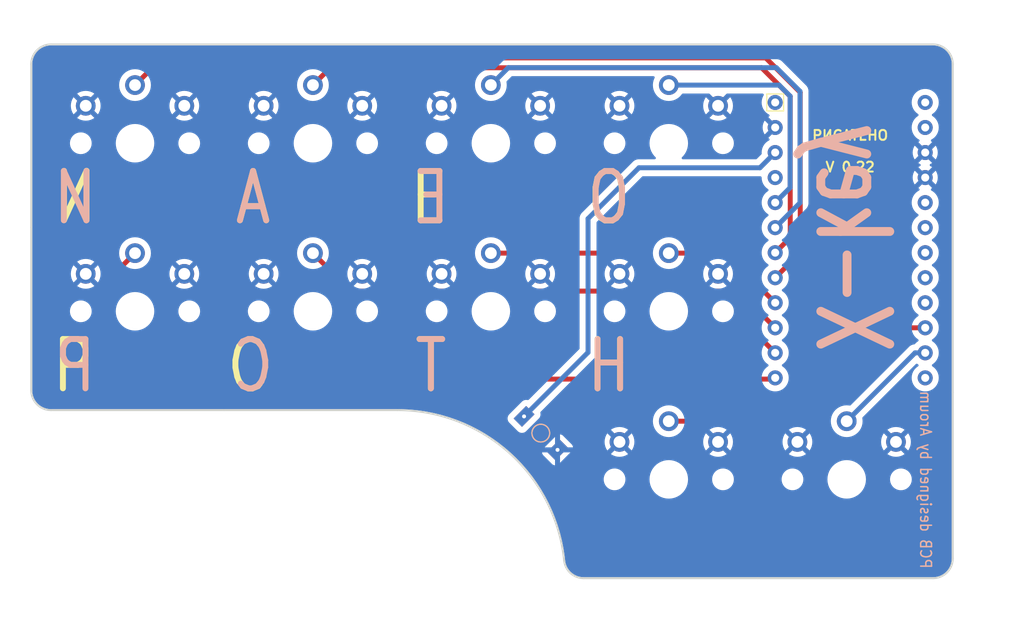
<source format=kicad_pcb>
(kicad_pcb (version 20221018) (generator pcbnew)
  (title_block (title "РИСАТЕНО") (date "2021-06-23") (rev "0.22_RGB") (company "Aroum"))
  (layers (0 "F.Cu" signal) (31 "B.Cu" signal) (34 "B.Paste" user) (35 "F.Paste" user) (36 "B.SilkS" user "B.Silkscreen") (37 "F.SilkS" user "F.Silkscreen") (38 "B.Mask" user) (39 "F.Mask" user) (44 "Edge.Cuts" user))
  (net 0 "")
  (net 1 "GND")
  (net 2 "reset")
  (net 3 "R1C1")
  (net 4 "R1C2")
  (net 5 "R1C3")
  (net 6 "R1C4")
  (net 7 "R2C1")
  (net 8 "R2C2")
  (net 9 "R2C3")
  (net 10 "R2C4")
  (net 11 "R3C4")
  (net 12 "R3C5")
  (net 13 "VCC")
  (net 14 "LED")
  (footprint "PNCATEHO:SW_3x4x2_2legs_duplex" (layer "F.Cu") (at 80.772 65.278 -45)
    (fp_text reference "RSW1")
    (fp_text value "SW_PUSH")
    (fp_circle (center 0 0) (end 0.9 0) (stroke (width 0.12)) (fill none) (layer "B.SilkS"))
    (fp_circle (center 0 0) (end 0.9 0) (stroke (width 0.12)) (fill none) (layer "F.SilkS"))
    (pad "1" thru_hole rect (at -2.4 0 315) (size 1.2 1.8) (drill 0.4) (layers "*.Cu" "*.Mask") (net 2 "reset"))
    (pad "2" thru_hole rect (at 2.4 0 315) (size 1.2 1.8) (drill 0.4) (layers "*.Cu" "*.Mask") (net 1 "GND"))
  )
  (footprint "PNCATEHO:ProMicro_duplex" (layer "F.Cu") (at 112.16 46.209)
    (fp_text reference "U1" hide)
    (fp_text value "ProMicro_r" hide)
    (fp_line (start -8.4582 -13.6144) (end -8.4582 -15.3416) (stroke (width 0.12)) (layer "F.SilkS"))
    (fp_line (start -8.4582 -13.6144) (end -6.7564 -13.6144) (stroke (width 0.12)) (layer "F.SilkS"))
    (fp_line (start -6.7564 -15.3416) (end -8.4582 -15.3416) (stroke (width 0.12)) (layer "F.SilkS"))
    (fp_line (start -6.7564 -13.6144) (end -6.7564 -15.3416) (stroke (width 0.12)) (layer "F.SilkS"))
    (pad "1" thru_hole circle (at 7.6114 -14.478) (size 1.524 1.524) (drill 0.8128) (layers "*.Cu" "*.Mask"))
    (pad "2" thru_hole circle (at 7.6114 -11.938) (size 1.524 1.524) (drill 0.8128) (layers "*.Cu" "*.Mask"))
    (pad "3" thru_hole circle (at 7.6114 -9.398) (size 1.524 1.524) (drill 0.8128) (layers "*.Cu" "*.Mask") (net 1 "GND"))
    (pad "4" thru_hole circle (at 7.6114 -6.858) (size 1.524 1.524) (drill 0.8128) (layers "*.Cu" "*.Mask") (net 1 "GND"))
    (pad "5" thru_hole circle (at 7.6114 -4.318) (size 1.524 1.524) (drill 0.8128) (layers "*.Cu" "*.Mask"))
    (pad "6" thru_hole circle (at 7.6114 -1.778) (size 1.524 1.524) (drill 0.8128) (layers "*.Cu" "*.Mask"))
    (pad "7" thru_hole circle (at 7.6114 0.762) (size 1.524 1.524) (drill 0.8128) (layers "*.Cu" "*.Mask"))
    (pad "8" thru_hole circle (at 7.6114 3.302) (size 1.524 1.524) (drill 0.8128) (layers "*.Cu" "*.Mask"))
    (pad "9" thru_hole circle (at 7.6114 5.842) (size 1.524 1.524) (drill 0.8128) (layers "*.Cu" "*.Mask"))
    (pad "10" thru_hole circle (at 7.6114 8.382) (size 1.524 1.524) (drill 0.8128) (layers "*.Cu" "*.Mask") (net 11 "R3C4"))
    (pad "11" thru_hole circle (at 7.6114 10.922) (size 1.524 1.524) (drill 0.8128) (layers "*.Cu" "*.Mask") (net 12 "R3C5"))
    (pad "12" thru_hole circle (at 7.6114 13.462) (size 1.524 1.524) (drill 0.8128) (layers "*.Cu" "*.Mask") (net 14 "LED"))
    (pad "13" thru_hole circle (at -7.6086 13.462) (size 1.524 1.524) (drill 0.8128) (layers "*.Cu" "*.Mask") (net 7 "R2C1"))
    (pad "14" thru_hole circle (at -7.6086 10.922) (size 1.524 1.524) (drill 0.8128) (layers "*.Cu" "*.Mask") (net 8 "R2C2"))
    (pad "15" thru_hole circle (at -7.6086 8.382) (size 1.524 1.524) (drill 0.8128) (layers "*.Cu" "*.Mask") (net 9 "R2C3"))
    (pad "16" thru_hole circle (at -7.6086 5.842) (size 1.524 1.524) (drill 0.8128) (layers "*.Cu" "*.Mask") (net 10 "R2C4"))
    (pad "17" thru_hole circle (at -7.6086 3.302) (size 1.524 1.524) (drill 0.8128) (layers "*.Cu" "*.Mask") (net 3 "R1C1"))
    (pad "18" thru_hole circle (at -7.6086 0.762) (size 1.524 1.524) (drill 0.8128) (layers "*.Cu" "*.Mask") (net 4 "R1C2"))
    (pad "19" thru_hole circle (at -7.6086 -1.778) (size 1.524 1.524) (drill 0.8128) (layers "*.Cu" "*.Mask") (net 5 "R1C3"))
    (pad "20" thru_hole circle (at -7.6086 -4.318) (size 1.524 1.524) (drill 0.8128) (layers "*.Cu" "*.Mask") (net 6 "R1C4"))
    (pad "21" thru_hole circle (at -7.6086 -6.858) (size 1.524 1.524) (drill 0.8128) (layers "*.Cu" "*.Mask") (net 13 "VCC"))
    (pad "22" thru_hole circle (at -7.6086 -9.398) (size 1.524 1.524) (drill 0.8128) (layers "*.Cu" "*.Mask") (net 2 "reset"))
    (pad "23" thru_hole circle (at -7.6086 -11.938) (size 1.524 1.524) (drill 0.8128) (layers "*.Cu" "*.Mask") (net 1 "GND"))
    (pad "24" thru_hole circle (at -7.6086 -14.478 90) (size 1.524 1.524) (drill 0.8128) (layers "*.Cu" "*.Mask"))
  )
  (footprint "PNCATEHO:ChocV1_duplex" (layer "F.Cu") (at 75.706 52.918)
    (fp_text reference "SW7" hide)
    (fp_text value "SW_PUSH" hide)
    (pad "" np_thru_hole circle (at -5.5 0 90) (size 1.7 1.7) (drill 1.7) (layers "*.Cu" "*.Mask"))
    (pad "" np_thru_hole circle (at 0 0 90) (size 3.4 3.4) (drill 3.4) (layers "*.Cu" "*.Mask"))
    (pad "" np_thru_hole circle (at 5.5 0 90) (size 1.7 1.7) (drill 1.7) (layers "*.Cu" "*.Mask"))
    (pad "1" thru_hole circle (at 0 -5.9) (size 2 2) (drill 1.2) (layers "*.Cu" "*.Mask") (net 9 "R2C3"))
    (pad "2" thru_hole circle (at -5 -3.8) (size 2 2) (drill 1.2) (layers "*.Cu" "*.Mask") (net 1 "GND"))
    (pad "2" thru_hole circle (at 5 -3.8) (size 2 2) (drill 1.2) (layers "*.Cu" "*.Mask") (net 1 "GND"))
  )
  (footprint "PNCATEHO:ChocV1_duplex" (layer "F.Cu") (at 111.806 69.968)
    (fp_text reference "SW10" hide)
    (fp_text value "SW_PUSH" hide)
    (pad "" np_thru_hole circle (at -5.5 0 90) (size 1.7 1.7) (drill 1.7) (layers "*.Cu" "*.Mask"))
    (pad "" np_thru_hole circle (at 0 0 90) (size 3.4 3.4) (drill 3.4) (layers "*.Cu" "*.Mask"))
    (pad "" np_thru_hole circle (at 5.5 0 90) (size 1.7 1.7) (drill 1.7) (layers "*.Cu" "*.Mask"))
    (pad "1" thru_hole circle (at 0 -5.9) (size 2 2) (drill 1.2) (layers "*.Cu" "*.Mask") (net 12 "R3C5"))
    (pad "2" thru_hole circle (at -5 -3.8) (size 2 2) (drill 1.2) (layers "*.Cu" "*.Mask") (net 1 "GND"))
    (pad "2" thru_hole circle (at 5 -3.8) (size 2 2) (drill 1.2) (layers "*.Cu" "*.Mask") (net 1 "GND"))
  )
  (footprint "PNCATEHO:ChocV1_duplex" (layer "F.Cu") (at 93.756 69.968)
    (fp_text reference "SW9" hide)
    (fp_text value "SW_PUSH" hide)
    (pad "" np_thru_hole circle (at -5.5 0 90) (size 1.7 1.7) (drill 1.7) (layers "*.Cu" "*.Mask"))
    (pad "" np_thru_hole circle (at 0 0 90) (size 3.4 3.4) (drill 3.4) (layers "*.Cu" "*.Mask"))
    (pad "" np_thru_hole circle (at 5.5 0 90) (size 1.7 1.7) (drill 1.7) (layers "*.Cu" "*.Mask"))
    (pad "1" thru_hole circle (at 0 -5.9) (size 2 2) (drill 1.2) (layers "*.Cu" "*.Mask") (net 11 "R3C4"))
    (pad "2" thru_hole circle (at -5 -3.8) (size 2 2) (drill 1.2) (layers "*.Cu" "*.Mask") (net 1 "GND"))
    (pad "2" thru_hole circle (at 5 -3.8) (size 2 2) (drill 1.2) (layers "*.Cu" "*.Mask") (net 1 "GND"))
  )
  (footprint "PNCATEHO:ChocV1_duplex" (layer "F.Cu") (at 93.756 52.918)
    (fp_text reference "SW8" hide)
    (fp_text value "SW_PUSH" hide)
    (pad "" np_thru_hole circle (at -5.5 0 90) (size 1.7 1.7) (drill 1.7) (layers "*.Cu" "*.Mask"))
    (pad "" np_thru_hole circle (at 0 0 90) (size 3.4 3.4) (drill 3.4) (layers "*.Cu" "*.Mask"))
    (pad "" np_thru_hole circle (at 5.5 0 90) (size 1.7 1.7) (drill 1.7) (layers "*.Cu" "*.Mask"))
    (pad "1" thru_hole circle (at 0 -5.9) (size 2 2) (drill 1.2) (layers "*.Cu" "*.Mask") (net 10 "R2C4"))
    (pad "2" thru_hole circle (at -5 -3.8) (size 2 2) (drill 1.2) (layers "*.Cu" "*.Mask") (net 1 "GND"))
    (pad "2" thru_hole circle (at 5 -3.8) (size 2 2) (drill 1.2) (layers "*.Cu" "*.Mask") (net 1 "GND"))
  )
  (footprint "PNCATEHO:ChocV1_duplex" (layer "F.Cu") (at 93.756 35.868)
    (fp_text reference "SW4" hide)
    (fp_text value "SW_PUSH" hide)
    (pad "" np_thru_hole circle (at -5.5 0 90) (size 1.7 1.7) (drill 1.7) (layers "*.Cu" "*.Mask"))
    (pad "" np_thru_hole circle (at 0 0 90) (size 3.4 3.4) (drill 3.4) (layers "*.Cu" "*.Mask"))
    (pad "" np_thru_hole circle (at 5.5 0 90) (size 1.7 1.7) (drill 1.7) (layers "*.Cu" "*.Mask"))
    (pad "1" thru_hole circle (at 0 -5.9) (size 2 2) (drill 1.2) (layers "*.Cu" "*.Mask") (net 6 "R1C4"))
    (pad "2" thru_hole circle (at -5 -3.8) (size 2 2) (drill 1.2) (layers "*.Cu" "*.Mask") (net 1 "GND"))
    (pad "2" thru_hole circle (at 5 -3.8) (size 2 2) (drill 1.2) (layers "*.Cu" "*.Mask") (net 1 "GND"))
  )
  (footprint "PNCATEHO:ChocV1_duplex" (layer "F.Cu") (at 75.706 35.868)
    (fp_text reference "SW3" hide)
    (fp_text value "SW_PUSH" hide)
    (pad "" np_thru_hole circle (at -5.5 0 90) (size 1.7 1.7) (drill 1.7) (layers "*.Cu" "*.Mask"))
    (pad "" np_thru_hole circle (at 0 0 90) (size 3.4 3.4) (drill 3.4) (layers "*.Cu" "*.Mask"))
    (pad "" np_thru_hole circle (at 5.5 0 90) (size 1.7 1.7) (drill 1.7) (layers "*.Cu" "*.Mask"))
    (pad "1" thru_hole circle (at 0 -5.9) (size 2 2) (drill 1.2) (layers "*.Cu" "*.Mask") (net 5 "R1C3"))
    (pad "2" thru_hole circle (at -5 -3.8) (size 2 2) (drill 1.2) (layers "*.Cu" "*.Mask") (net 1 "GND"))
    (pad "2" thru_hole circle (at 5 -3.8) (size 2 2) (drill 1.2) (layers "*.Cu" "*.Mask") (net 1 "GND"))
  )
  (footprint "PNCATEHO:ChocV1_duplex" (layer "F.Cu") (at 39.606 52.918)
    (fp_text reference "SW5" hide)
    (fp_text value "SW_PUSH" hide)
    (pad "" np_thru_hole circle (at -5.5 0 90) (size 1.7 1.7) (drill 1.7) (layers "*.Cu" "*.Mask"))
    (pad "" np_thru_hole circle (at 0 0 90) (size 3.4 3.4) (drill 3.4) (layers "*.Cu" "*.Mask"))
    (pad "" np_thru_hole circle (at 5.5 0 90) (size 1.7 1.7) (drill 1.7) (layers "*.Cu" "*.Mask"))
    (pad "1" thru_hole circle (at 0 -5.9) (size 2 2) (drill 1.2) (layers "*.Cu" "*.Mask") (net 7 "R2C1"))
    (pad "2" thru_hole circle (at -5 -3.8) (size 2 2) (drill 1.2) (layers "*.Cu" "*.Mask") (net 1 "GND"))
    (pad "2" thru_hole circle (at 5 -3.8) (size 2 2) (drill 1.2) (layers "*.Cu" "*.Mask") (net 1 "GND"))
  )
  (footprint "PNCATEHO:ChocV1_duplex" (layer "F.Cu") (at 39.606 35.868)
    (fp_text reference "SW1" hide)
    (fp_text value "SW_PUSH" hide)
    (pad "" np_thru_hole circle (at -5.5 0 90) (size 1.7 1.7) (drill 1.7) (layers "*.Cu" "*.Mask"))
    (pad "" np_thru_hole circle (at 0 0 90) (size 3.4 3.4) (drill 3.4) (layers "*.Cu" "*.Mask"))
    (pad "" np_thru_hole circle (at 5.5 0 90) (size 1.7 1.7) (drill 1.7) (layers "*.Cu" "*.Mask"))
    (pad "1" thru_hole circle (at 0 -5.9) (size 2 2) (drill 1.2) (layers "*.Cu" "*.Mask") (net 3 "R1C1"))
    (pad "2" thru_hole circle (at -5 -3.8) (size 2 2) (drill 1.2) (layers "*.Cu" "*.Mask") (net 1 "GND"))
    (pad "2" thru_hole circle (at 5 -3.8) (size 2 2) (drill 1.2) (layers "*.Cu" "*.Mask") (net 1 "GND"))
  )
  (footprint "PNCATEHO:ChocV1_duplex" (layer "F.Cu") (at 57.656 35.868)
    (fp_text reference "SW2" hide)
    (fp_text value "SW_PUSH" hide)
    (pad "" np_thru_hole circle (at -5.5 0 90) (size 1.7 1.7) (drill 1.7) (layers "*.Cu" "*.Mask"))
    (pad "" np_thru_hole circle (at 0 0 90) (size 3.4 3.4) (drill 3.4) (layers "*.Cu" "*.Mask"))
    (pad "" np_thru_hole circle (at 5.5 0 90) (size 1.7 1.7) (drill 1.7) (layers "*.Cu" "*.Mask"))
    (pad "1" thru_hole circle (at 0 -5.9) (size 2 2) (drill 1.2) (layers "*.Cu" "*.Mask") (net 4 "R1C2"))
    (pad "2" thru_hole circle (at -5 -3.8) (size 2 2) (drill 1.2) (layers "*.Cu" "*.Mask") (net 1 "GND"))
    (pad "2" thru_hole circle (at 5 -3.8) (size 2 2) (drill 1.2) (layers "*.Cu" "*.Mask") (net 1 "GND"))
  )
  (footprint "PNCATEHO:ChocV1_duplex" (layer "F.Cu") (at 57.656 52.918)
    (fp_text reference "SW6" hide)
    (fp_text value "SW_PUSH" hide)
    (pad "" np_thru_hole circle (at -5.5 0 90) (size 1.7 1.7) (drill 1.7) (layers "*.Cu" "*.Mask"))
    (pad "" np_thru_hole circle (at 0 0 90) (size 3.4 3.4) (drill 3.4) (layers "*.Cu" "*.Mask"))
    (pad "" np_thru_hole circle (at 5.5 0 90) (size 1.7 1.7) (drill 1.7) (layers "*.Cu" "*.Mask"))
    (pad "1" thru_hole circle (at 0 -5.9) (size 2 2) (drill 1.2) (layers "*.Cu" "*.Mask") (net 8 "R2C2"))
    (pad "2" thru_hole circle (at -5 -3.8) (size 2 2) (drill 1.2) (layers "*.Cu" "*.Mask") (net 1 "GND"))
    (pad "2" thru_hole circle (at 5 -3.8) (size 2 2) (drill 1.2) (layers "*.Cu" "*.Mask") (net 1 "GND"))
  )
  (gr_line (start 122.566009 77.992999) (end 122.566009 61.151251) (stroke (width 0.2)) (layer "Edge.Cuts"))
  (gr_line (start 102.780999 79.992999) (end 120.566009 79.992999) (stroke (width 0.2)) (layer "Edge.Cuts"))
  (gr_line (start 85.130669 79.992999) (end 102.780999 79.992999) (stroke (width 0.2)) (layer "Edge.Cuts"))
  (gr_line (start 48.631 62.942999) (end 66.231 62.942999) (stroke (width 0.2)) (layer "Edge.Cuts"))
  (gr_line (start 122.566009 61.151251) (end 122.566009 27.843) (stroke (width 0.2)) (layer "Edge.Cuts"))
  (gr_line (start 29.081 27.843) (end 29.081 44.393) (stroke (width 0.2)) (layer "Edge.Cuts"))
  (gr_line (start 29.081 44.393) (end 29.081 60.942999) (stroke (width 0.2)) (layer "Edge.Cuts"))
  (gr_line (start 31.081 62.942999) (end 48.631 62.942999) (stroke (width 0.2)) (layer "Edge.Cuts"))
  (gr_arc (start 66.231 62.942998) (mid 77.618263 67.320389) (end 83.141231 78.198262) (stroke (width 0.2)) (layer "Edge.Cuts"))
  (gr_arc (start 85.130669 79.992998) (mid 83.790992 79.478011) (end 83.141231 78.198262) (stroke (width 0.2)) (layer "Edge.Cuts"))
  (gr_arc (start 122.566009 77.992999) (mid 121.980223 79.407213) (end 120.566009 79.992999) (stroke (width 0.2)) (layer "Edge.Cuts"))
  (gr_arc (start 31.081 62.942999) (mid 29.666786 62.357213) (end 29.081 60.942999) (stroke (width 0.2)) (layer "Edge.Cuts"))
  (gr_line (start 31.081 25.843) (end 120.566009 25.843) (stroke (width 0.2)) (layer "Edge.Cuts"))
  (gr_arc (start 29.081 27.843) (mid 29.666786 26.428786) (end 31.081 25.843) (stroke (width 0.2)) (layer "Edge.Cuts"))
  (gr_arc (start 120.566009 25.843) (mid 121.980223 26.428786) (end 122.566009 27.843) (stroke (width 0.2)) (layer "Edge.Cuts"))
  (gr_text "PCB designed by Aroum\n" (at 119.8118 70.0024 -90) (layer "B.SilkS") (effects (font (size 1.1 0.99)) (justify mirror)))
  (gr_text "И" (at 33.528 41.402) (layer "B.SilkS") (effects (font (size 5 4) (thickness 0.6)) (justify mirror)))
  (gr_text "С" (at 51.578 58.452) (layer "B.SilkS") (effects (font (size 5 4) (thickness 0.6)) (justify mirror)))
  (gr_text "А" (at 51.578 41.402) (layer "B.SilkS") (effects (font (size 5 4) (thickness 0.6)) (justify mirror)))
  (gr_text "О\n" (at 87.678 41.402) (layer "B.SilkS") (effects (font (size 5 4) (thickness 0.6)) (justify mirror)))
  (gr_text "Т" (at 69.628 58.452) (layer "B.SilkS") (effects (font (size 5 4) (thickness 0.6)) (justify mirror)))
  (gr_text "Р" (at 33.528 58.452) (layer "B.SilkS") (effects (font (size 5 4) (thickness 0.6)) (justify mirror)))
  (gr_text "Е\n" (at 69.628 41.402) (layer "B.SilkS") (effects (font (size 5 4) (thickness 0.6)) (justify mirror)))
  (gr_text "X-key" (at 112.3696 45.4152 270) (layer "B.SilkS") (effects (font (size 7 5) (thickness 0.9)) (justify mirror)))
  (gr_text "Н" (at 87.678 58.452) (layer "B.SilkS") (effects (font (size 5 4) (thickness 0.6)) (justify mirror)))
  (gr_text "РИСАТЕНО\n\nV 0.22" (at 112.16 36.6776) (layer "F.SilkS") (effects (font (size 1 1) (thickness 0.2))))
  (gr_text "О\n" (at 87.6595 41.4115) (layer "F.SilkS") (effects (font (size 5 4) (thickness 0.6))))
  (gr_text "Н" (at 87.6722 58.4488) (layer "F.SilkS") (effects (font (size 5 4) (thickness 0.6))))
  (gr_text "Т" (at 69.6161 58.4488) (layer "F.SilkS") (effects (font (size 5 4) (thickness 0.6))))
  (gr_text "С" (at 51.0266 58.4615) (layer "F.SilkS") (effects (font (size 5 4) (thickness 0.6))))
  (gr_text "Е\n" (at 69.4436 41.402) (layer "F.SilkS") (effects (font (size 5 4) (thickness 0.6))))
  (gr_text "А" (at 51.5854 41.3988) (layer "F.SilkS") (effects (font (size 5 4) (thickness 0.6))))
  (gr_text "И" (at 33.542 41.3861) (layer "F.SilkS") (effects (font (size 5 4) (thickness 0.6))))
  (gr_text "Р" (at 33.3388 58.4488) (layer "F.SilkS") (effects (font (size 5 4) (thickness 0.6))))
  (segment (start 90.7308 38.3556) (end 103.0068 38.3556) (width 0.5) (layer "B.Cu") (net 2))
  (segment (start 85.5665 43.5199) (end 90.7308 38.3556) (width 0.5) (layer "B.Cu") (net 2))
  (segment (start 79.0749 63.5809) (end 85.5665 57.0893) (width 0.5) (layer "B.Cu") (net 2))
  (segment (start 85.5665 57.0893) (end 85.5665 43.5199) (width 0.5) (layer "B.Cu") (net 2))
  (segment (start 103.0068 38.3556) (end 104.5514 36.811) (width 0.5) (layer "B.Cu") (net 2))
  (segment (start 107.0936 46.9688) (end 107.0936 30.7127) (width 0.5) (layer "F.Cu") (net 3))
  (segment (start 103.5902 27.2093) (end 42.3647 27.2093) (width 0.5) (layer "F.Cu") (net 3))
  (segment (start 42.3647 27.2093) (end 39.606 29.968) (width 0.5) (layer "F.Cu") (net 3))
  (segment (start 104.5514 49.511) (end 107.0936 46.9688) (width 0.5) (layer "F.Cu") (net 3))
  (segment (start 107.0936 30.7127) (end 103.5902 27.2093) (width 0.5) (layer "F.Cu") (net 3))
  (segment (start 106.0785 45.4439) (end 104.5514 46.971) (width 0.5) (layer "F.Cu") (net 4))
  (segment (start 103.1759 28.2097) (end 106.0785 31.1123) (width 0.5) (layer "F.Cu") (net 4))
  (segment (start 106.0785 31.1123) (end 106.0785 45.4439) (width 0.5) (layer "F.Cu") (net 4))
  (segment (start 57.656 29.968) (end 59.4143 28.2097) (width 0.5) (layer "F.Cu") (net 4))
  (segment (start 59.4143 28.2097) (end 103.1759 28.2097) (width 0.5) (layer "F.Cu") (net 4))
  (segment (start 107.0704 30.6045) (end 107.0704 41.912) (width 0.5) (layer "B.Cu") (net 5))
  (segment (start 107.0704 41.912) (end 104.5514 44.431) (width 0.5) (layer "B.Cu") (net 5))
  (segment (start 75.706 29.968) (end 77.472 28.202) (width 0.5) (layer "B.Cu") (net 5))
  (segment (start 104.6679 28.202) (end 107.0704 30.6045) (width 0.5) (layer "B.Cu") (net 5))
  (segment (start 77.472 28.202) (end 104.6679 28.202) (width 0.5) (layer "B.Cu") (net 5))
  (segment (start 106.0669 31.0887) (end 106.0669 40.3755) (width 0.5) (layer "B.Cu") (net 6))
  (segment (start 106.0669 40.3755) (end 104.5514 41.891) (width 0.5) (layer "B.Cu") (net 6))
  (segment (start 104.9462 29.968) (end 106.0669 31.0887) (width 0.5) (layer "B.Cu") (net 6))
  (segment (start 93.756 29.968) (end 104.9462 29.968) (width 0.5) (layer "B.Cu") (net 6))
  (segment (start 36.2695 59.7961) (end 104.4263 59.7961) (width 0.5) (layer "F.Cu") (net 7))
  (segment (start 35.7846 50.8394) (end 35.7846 54.3394) (width 0.5) (layer "F.Cu") (net 7))
  (segment (start 39.606 47.018) (end 35.7846 50.8394) (width 0.5) (layer "F.Cu") (net 7))
  (segment (start 35.5775 59.1041) (end 36.2695 59.7961) (width 0.5) (layer "F.Cu") (net 7))
  (segment (start 104.4263 59.7961) (end 104.5514 59.671) (width 0.5) (layer "F.Cu") (net 7))
  (segment (start 35.5775 54.5465) (end 35.5775 59.1041) (width 0.5) (layer "F.Cu") (net 7))
  (segment (start 35.7846 54.3394) (end 35.5775 54.5465) (width 0.5) (layer "F.Cu") (net 7))
  (segment (start 57.656 47.018) (end 61.5119 50.8739) (width 0.5) (layer "F.Cu") (net 8))
  (segment (start 79.1469 50.4676) (end 79.5477 50.8684) (width 0.5) (layer "F.Cu") (net 8))
  (segment (start 72.4564 50.4676) (end 79.1469 50.4676) (width 0.5) (layer "F.Cu") (net 8))
  (segment (start 92.7763 55.4054) (end 102.8258 55.4054) (width 0.5) (layer "F.Cu") (net 8))
  (segment (start 79.5477 50.8684) (end 88.4723 50.8684) (width 0.5) (layer "F.Cu") (net 8))
  (segment (start 102.8258 55.4054) (end 104.5514 57.131) (width 0.5) (layer "F.Cu") (net 8))
  (segment (start 88.4723 50.8684) (end 89.8564 52.2525) (width 0.5) (layer "F.Cu") (net 8))
  (segment (start 61.5119 50.8739) (end 72.0501 50.8739) (width 0.5) (layer "F.Cu") (net 8))
  (segment (start 72.0501 50.8739) (end 72.4564 50.4676) (width 0.5) (layer "F.Cu") (net 8))
  (segment (start 89.8564 52.2525) (end 89.8564 52.4855) (width 0.5) (layer "F.Cu") (net 8))
  (segment (start 89.8564 52.4855) (end 92.7763 55.4054) (width 0.5) (layer "F.Cu") (net 8))
  (segment (start 100.8287 50.8683) (end 104.5514 54.591) (width 0.5) (layer "F.Cu") (net 9))
  (segment (start 75.706 47.018) (end 89.8302 47.018) (width 0.5) (layer "F.Cu") (net 9))
  (segment (start 98.031 50.8683) (end 100.8287 50.8683) (width 0.5) (layer "F.Cu") (net 9))
  (segment (start 92.0023 49.1901) (end 96.3528 49.1901) (width 0.5) (layer "F.Cu") (net 9))
  (segment (start 96.3528 49.1901) (end 98.031 50.8683) (width 0.5) (layer "F.Cu") (net 9))
  (segment (start 89.8302 47.018) (end 92.0023 49.1901) (width 0.5) (layer "F.Cu") (net 9))
  (segment (start 99.5184 47.018) (end 104.5514 52.051) (width 0.5) (layer "F.Cu") (net 10))
  (segment (start 93.756 47.018) (end 99.5184 47.018) (width 0.5) (layer "F.Cu") (net 10))
  (segment (start 116.7066 54.591) (end 119.7714 54.591) (width 0.5) (layer "F.Cu") (net 11))
  (segment (start 107.2296 64.068) (end 116.7066 54.591) (width 0.5) (layer "F.Cu") (net 11))
  (segment (start 93.756 64.068) (end 107.2296 64.068) (width 0.5) (layer "F.Cu") (net 11))
  (segment (start 111.806 64.068) (end 118.743 57.131) (width 0.5) (layer "B.Cu") (net 12))
  (segment (start 118.743 57.131) (end 119.7714 57.131) (width 0.5) (layer "B.Cu") (net 12))
  (zone (net 1) (net_name "GND") (layer "B.Cu") (connect_pads (clearance 0.608)) (min_thickness 0.254) (fill yes (thermal_gap 0.508) (thermal_bridge_width 0.508))
    (polygon (pts (xy 129.794 85.852) (xy 25.908 85.852) (xy 25.908 21.336) (xy 129.794 21.336)))
  )
)
</source>
